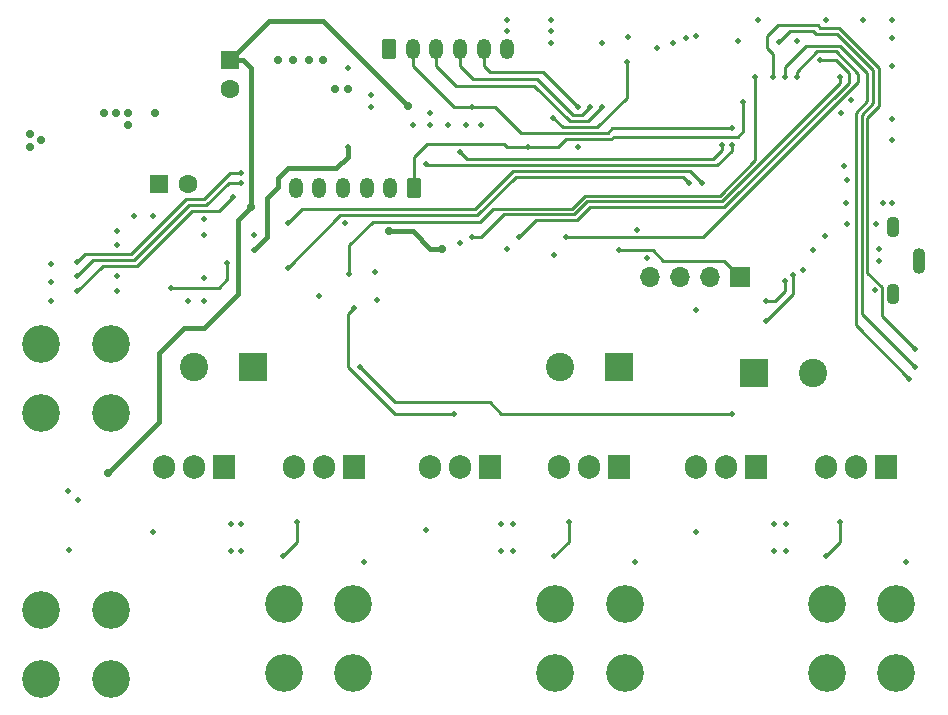
<source format=gbr>
%TF.GenerationSoftware,KiCad,Pcbnew,(6.0.4)*%
%TF.CreationDate,2022-07-11T23:15:34+12:00*%
%TF.ProjectId,bldc_hardware_riscv,626c6463-5f68-4617-9264-776172655f72,rev?*%
%TF.SameCoordinates,Original*%
%TF.FileFunction,Copper,L2,Inr*%
%TF.FilePolarity,Positive*%
%FSLAX46Y46*%
G04 Gerber Fmt 4.6, Leading zero omitted, Abs format (unit mm)*
G04 Created by KiCad (PCBNEW (6.0.4)) date 2022-07-11 23:15:34*
%MOMM*%
%LPD*%
G01*
G04 APERTURE LIST*
G04 Aperture macros list*
%AMRoundRect*
0 Rectangle with rounded corners*
0 $1 Rounding radius*
0 $2 $3 $4 $5 $6 $7 $8 $9 X,Y pos of 4 corners*
0 Add a 4 corners polygon primitive as box body*
4,1,4,$2,$3,$4,$5,$6,$7,$8,$9,$2,$3,0*
0 Add four circle primitives for the rounded corners*
1,1,$1+$1,$2,$3*
1,1,$1+$1,$4,$5*
1,1,$1+$1,$6,$7*
1,1,$1+$1,$8,$9*
0 Add four rect primitives between the rounded corners*
20,1,$1+$1,$2,$3,$4,$5,0*
20,1,$1+$1,$4,$5,$6,$7,0*
20,1,$1+$1,$6,$7,$8,$9,0*
20,1,$1+$1,$8,$9,$2,$3,0*%
G04 Aperture macros list end*
%TA.AperFunction,ComponentPad*%
%ADD10R,1.905000X2.000000*%
%TD*%
%TA.AperFunction,ComponentPad*%
%ADD11O,1.905000X2.000000*%
%TD*%
%TA.AperFunction,ComponentPad*%
%ADD12R,1.600000X1.600000*%
%TD*%
%TA.AperFunction,ComponentPad*%
%ADD13C,1.600000*%
%TD*%
%TA.AperFunction,ComponentPad*%
%ADD14RoundRect,0.250000X0.350000X0.625000X-0.350000X0.625000X-0.350000X-0.625000X0.350000X-0.625000X0*%
%TD*%
%TA.AperFunction,ComponentPad*%
%ADD15O,1.200000X1.750000*%
%TD*%
%TA.AperFunction,ComponentPad*%
%ADD16RoundRect,0.250000X-0.350000X-0.625000X0.350000X-0.625000X0.350000X0.625000X-0.350000X0.625000X0*%
%TD*%
%TA.AperFunction,ComponentPad*%
%ADD17R,2.400000X2.400000*%
%TD*%
%TA.AperFunction,ComponentPad*%
%ADD18C,2.400000*%
%TD*%
%TA.AperFunction,ComponentPad*%
%ADD19C,3.200000*%
%TD*%
%TA.AperFunction,ComponentPad*%
%ADD20O,1.100000X2.200000*%
%TD*%
%TA.AperFunction,ComponentPad*%
%ADD21O,1.100000X1.800000*%
%TD*%
%TA.AperFunction,ComponentPad*%
%ADD22R,1.700000X1.700000*%
%TD*%
%TA.AperFunction,ComponentPad*%
%ADD23O,1.700000X1.700000*%
%TD*%
%TA.AperFunction,ViaPad*%
%ADD24C,0.500000*%
%TD*%
%TA.AperFunction,ViaPad*%
%ADD25C,0.700000*%
%TD*%
%TA.AperFunction,Conductor*%
%ADD26C,0.250000*%
%TD*%
%TA.AperFunction,Conductor*%
%ADD27C,0.400000*%
%TD*%
G04 APERTURE END LIST*
D10*
%TO.N,Net-(D2-Pad2)*%
%TO.C,Q2*%
X99500000Y-119000000D03*
D11*
%TO.N,/Driver/VS1*%
X96960000Y-119000000D03*
%TO.N,GND*%
X94420000Y-119000000D03*
%TD*%
D10*
%TO.N,Net-(D10-Pad2)*%
%TO.C,Q5*%
X155540000Y-119000000D03*
D11*
%TO.N,/Driver/72V*%
X153000000Y-119000000D03*
%TO.N,/Driver/VS3*%
X150460000Y-119000000D03*
%TD*%
D10*
%TO.N,Net-(D11-Pad2)*%
%TO.C,Q6*%
X144540000Y-119000000D03*
D11*
%TO.N,/Driver/VS3*%
X142000000Y-119000000D03*
%TO.N,GND*%
X139460000Y-119000000D03*
%TD*%
D10*
%TO.N,Net-(D1-Pad2)*%
%TO.C,Q1*%
X110500000Y-119000000D03*
D11*
%TO.N,/Driver/72V*%
X107960000Y-119000000D03*
%TO.N,/Driver/VS1*%
X105420000Y-119000000D03*
%TD*%
D10*
%TO.N,Net-(D5-Pad2)*%
%TO.C,Q4*%
X122000000Y-119000000D03*
D11*
%TO.N,/Driver/VS2*%
X119460000Y-119000000D03*
%TO.N,GND*%
X116920000Y-119000000D03*
%TD*%
D10*
%TO.N,Net-(D4-Pad2)*%
%TO.C,Q3*%
X133000000Y-119000000D03*
D11*
%TO.N,/Driver/72V*%
X130460000Y-119000000D03*
%TO.N,/Driver/VS2*%
X127920000Y-119000000D03*
%TD*%
D12*
%TO.N,/Driver/12V*%
%TO.C,C17*%
X100000000Y-84500000D03*
D13*
%TO.N,GND*%
X100000000Y-87000000D03*
%TD*%
D14*
%TO.N,/ADC_EXT*%
%TO.C,J3*%
X115600000Y-95350000D03*
D15*
%TO.N,Net-(J3-Pad2)*%
X113600000Y-95350000D03*
%TO.N,Net-(J3-Pad3)*%
X111600000Y-95350000D03*
%TO.N,/CANH*%
X109600000Y-95350000D03*
%TO.N,/CANL*%
X107600000Y-95350000D03*
%TO.N,GND*%
X105600000Y-95350000D03*
%TD*%
D16*
%TO.N,/HALL-VCC*%
%TO.C,J2*%
X113500000Y-83550000D03*
D15*
%TO.N,/MOTOR-TEMP*%
X115500000Y-83550000D03*
%TO.N,/HALL1*%
X117500000Y-83550000D03*
%TO.N,/HALL2*%
X119500000Y-83550000D03*
%TO.N,/HALL3*%
X121500000Y-83550000D03*
%TO.N,GND*%
X123500000Y-83550000D03*
%TD*%
D17*
%TO.N,/Driver/72V*%
%TO.C,C101*%
X102000000Y-110500000D03*
D18*
%TO.N,GND*%
X97000000Y-110500000D03*
%TD*%
D17*
%TO.N,/Driver/72V*%
%TO.C,C102*%
X133000000Y-110500000D03*
D18*
%TO.N,GND*%
X128000000Y-110500000D03*
%TD*%
D19*
%TO.N,/Driver/PhaseA*%
%TO.C,X3*%
X104565000Y-130565000D03*
X110435000Y-130565000D03*
X110435000Y-136435000D03*
X104565000Y-136435000D03*
%TD*%
%TO.N,/Driver/PhaseB*%
%TO.C,X4*%
X127565000Y-130565000D03*
X133435000Y-136435000D03*
X133435000Y-130565000D03*
X127565000Y-136435000D03*
%TD*%
D20*
%TO.N,unconnected-(J1-Pad6)*%
%TO.C,J1*%
X158337500Y-101500000D03*
D21*
X156187500Y-98700000D03*
X156187500Y-104300000D03*
%TD*%
D19*
%TO.N,/Driver/72V*%
%TO.C,X1*%
X89935000Y-114435000D03*
X89935000Y-108565000D03*
X84065000Y-108565000D03*
X84065000Y-114435000D03*
%TD*%
D12*
%TO.N,/Driver/72V*%
%TO.C,C5*%
X94000000Y-95000000D03*
D13*
%TO.N,GND*%
X96500000Y-95000000D03*
%TD*%
D17*
%TO.N,/Driver/72V*%
%TO.C,C103*%
X144376041Y-111000000D03*
D18*
%TO.N,GND*%
X149376041Y-111000000D03*
%TD*%
D22*
%TO.N,/SWIO*%
%TO.C,J4*%
X143240000Y-102900000D03*
D23*
%TO.N,/SWCK*%
X140700000Y-102900000D03*
%TO.N,/3.3V*%
X138160000Y-102900000D03*
%TO.N,GND*%
X135620000Y-102900000D03*
%TD*%
D19*
%TO.N,/Driver/PhaseC*%
%TO.C,X5*%
X156435000Y-136435000D03*
X150565000Y-130565000D03*
X156435000Y-130565000D03*
X150565000Y-136435000D03*
%TD*%
%TO.N,GND*%
%TO.C,X2*%
X84065000Y-131065000D03*
X89935000Y-131065000D03*
X84065000Y-136935000D03*
X89935000Y-136935000D03*
%TD*%
D24*
%TO.N,GND*%
X144700000Y-81100000D03*
X127200000Y-81100000D03*
X127200000Y-82100000D03*
X127200000Y-83100000D03*
X123500000Y-82100000D03*
X123500000Y-81100000D03*
%TO.N,/BLE_MODE*%
X100300000Y-96100000D03*
%TO.N,/BLE_RX*%
X101000000Y-94900000D03*
%TO.N,/BLE_TX*%
X101000000Y-94100000D03*
%TO.N,/BLE_MODE*%
X87100000Y-104100000D03*
%TO.N,/BLE_RX*%
X87100000Y-102800000D03*
%TO.N,/BLE_TX*%
X87100000Y-101600000D03*
%TO.N,/BLE_RX*%
X138600000Y-82700000D03*
%TO.N,/BLE_TX*%
X139500000Y-82500000D03*
%TO.N,/BLE_MODE*%
X143000000Y-82900000D03*
%TO.N,/3.3V*%
X99800000Y-101700000D03*
X95000000Y-103800000D03*
%TO.N,GND*%
X91900000Y-97700000D03*
X93500000Y-97700000D03*
X97800000Y-98000000D03*
X97800000Y-99300000D03*
X97800000Y-104900000D03*
X97800000Y-103000000D03*
X96500000Y-104900000D03*
X84900000Y-104900000D03*
X84900000Y-103300000D03*
X84900000Y-101800000D03*
X90500000Y-104100000D03*
X90500000Y-102800000D03*
X90500000Y-100200000D03*
X90500000Y-99000000D03*
D25*
%TO.N,/Driver/12V*%
X89700000Y-119500000D03*
D24*
%TO.N,Net-(J1-Pad3)*%
X155000000Y-101500000D03*
%TO.N,Net-(J1-Pad2)*%
X155000000Y-100500000D03*
%TO.N,/AIN_CS3*%
X158000000Y-109000000D03*
X146000000Y-86000000D03*
%TO.N,/AIN_CS2*%
X146500000Y-83000000D03*
X158000000Y-110500000D03*
%TO.N,/AIN_CS1*%
X147000000Y-86000000D03*
X157500000Y-111500000D03*
%TO.N,/AIN_VS1*%
X120500000Y-99500000D03*
X151702471Y-85996500D03*
%TO.N,/AIN_VS2*%
X124500000Y-99500000D03*
X150000000Y-84500000D03*
%TO.N,/AIN_VS3*%
X128500000Y-99500000D03*
X148000000Y-86000000D03*
%TO.N,/AIN_VIN*%
X110100000Y-102600000D03*
X144500000Y-86000000D03*
%TO.N,/ADC_EXT*%
X143500000Y-88100000D03*
X125300000Y-91900000D03*
%TO.N,GND*%
X101000000Y-123800000D03*
X152300000Y-98400000D03*
X107600000Y-104500000D03*
X100100000Y-123800000D03*
D25*
X106700000Y-84500000D03*
D24*
X123000000Y-126100000D03*
X115500000Y-90000000D03*
X147100000Y-123800000D03*
X123500000Y-100500000D03*
D25*
X104100000Y-84500000D03*
D24*
X101000000Y-126100000D03*
X86400000Y-126000000D03*
D25*
X107900000Y-84500000D03*
D24*
X124000000Y-126100000D03*
X147100000Y-126100000D03*
X156100000Y-81100000D03*
X151800000Y-89000000D03*
X133700000Y-82600000D03*
X156100000Y-91300000D03*
X102100000Y-99300000D03*
X146100000Y-126100000D03*
X120000000Y-90000000D03*
X127500000Y-101000000D03*
D25*
X83100000Y-90800000D03*
D24*
X112000000Y-88500000D03*
X121300000Y-90000000D03*
X119500000Y-100000000D03*
X129500000Y-91900000D03*
X156100000Y-85000000D03*
X148500000Y-102300000D03*
X117000000Y-89000000D03*
X154700000Y-98400000D03*
X139500000Y-105700000D03*
D25*
X110000000Y-87000000D03*
D24*
X156100000Y-89500000D03*
X139500000Y-124500000D03*
X110000000Y-85200000D03*
X152000000Y-93500000D03*
X124000000Y-123800000D03*
X156100000Y-82700000D03*
X146100000Y-123800000D03*
X123000000Y-123800000D03*
X155300000Y-96600000D03*
D25*
X105400000Y-84500000D03*
D24*
X93500000Y-124500000D03*
X137500000Y-83100000D03*
D25*
X108900000Y-87000000D03*
D24*
X112300000Y-102500000D03*
X150500000Y-81100000D03*
X131500000Y-83100000D03*
X86300000Y-121000000D03*
X112000000Y-87500000D03*
X156100000Y-96600000D03*
X109800000Y-98300000D03*
X117000000Y-90000000D03*
X152300000Y-94700000D03*
X87200000Y-121800000D03*
X153600000Y-81100000D03*
D25*
X84000000Y-91300000D03*
X93700000Y-89000000D03*
D24*
X154600000Y-104000000D03*
X112500000Y-104800000D03*
X135300000Y-101300000D03*
D25*
X83100000Y-91900000D03*
D24*
X118500000Y-90000000D03*
X100100000Y-126100000D03*
X116600000Y-124300000D03*
%TO.N,/3.3V*%
X134500000Y-98900000D03*
X133600000Y-84700000D03*
X127400000Y-89400000D03*
X102100000Y-100600000D03*
X150400000Y-99400000D03*
X152200000Y-96600000D03*
X152600000Y-87900000D03*
X110000000Y-91900000D03*
X148000000Y-82900000D03*
X136200000Y-83500000D03*
X149400000Y-100600000D03*
%TO.N,/Driver/VS1*%
X104500000Y-126500000D03*
X105700000Y-123600000D03*
%TO.N,/Driver/VS2*%
X127500000Y-126500000D03*
X128700000Y-123600000D03*
%TO.N,/Driver/VS3*%
X151700000Y-123600000D03*
X150500000Y-126500000D03*
%TO.N,/Driver/LO2*%
X110500000Y-105500000D03*
X119000000Y-114500000D03*
%TO.N,/Driver/LO3*%
X142500000Y-114500000D03*
X111000000Y-110500000D03*
D25*
%TO.N,/Driver/12V*%
X115100000Y-88400000D03*
X118000000Y-100500000D03*
X101800000Y-97000000D03*
X113500000Y-99000000D03*
%TO.N,/Driver/72V*%
X91400000Y-90000000D03*
X91400000Y-89000000D03*
X89400000Y-89000000D03*
X90400000Y-89000000D03*
D24*
%TO.N,/Driver/PhaseA*%
X111400000Y-127000000D03*
%TO.N,/Driver/PhaseB*%
X134300000Y-127000000D03*
%TO.N,/Driver/PhaseC*%
X157300000Y-127000000D03*
%TO.N,/MOTOR-TEMP*%
X142500000Y-90300000D03*
X120500000Y-88500000D03*
%TO.N,/HALL1*%
X131500000Y-88500000D03*
%TO.N,/HALL2*%
X130500000Y-88500000D03*
%TO.N,/HALL3*%
X129500000Y-88500000D03*
%TO.N,/UART_T*%
X119500000Y-92300000D03*
X141700000Y-91700000D03*
%TO.N,/UART_R*%
X142500000Y-91700000D03*
X116600000Y-93300000D03*
%TO.N,/LED1*%
X147000000Y-103200000D03*
X145400000Y-104900000D03*
%TO.N,/LED2*%
X145400000Y-106600000D03*
X147700000Y-102700000D03*
%TO.N,/CAN-R*%
X138900000Y-94900000D03*
X104900000Y-102100000D03*
%TO.N,/CAN-T*%
X140000000Y-94900000D03*
X104900000Y-98300000D03*
%TO.N,/SWIO*%
X133000000Y-100600000D03*
%TD*%
D26*
%TO.N,/UART_T*%
X120100960Y-92900960D02*
X119500000Y-92300000D01*
X140949040Y-92900960D02*
X120100960Y-92900960D01*
X141700000Y-92150000D02*
X140949040Y-92900960D01*
X141700000Y-91700000D02*
X141700000Y-92150000D01*
%TO.N,/UART_R*%
X142500000Y-92200000D02*
X142500000Y-91700000D01*
X116700480Y-93400480D02*
X141299520Y-93400480D01*
X116600000Y-93300000D02*
X116700480Y-93400480D01*
X141299520Y-93400480D02*
X142500000Y-92200000D01*
%TO.N,/CAN-T*%
X106100000Y-97100000D02*
X104900000Y-98300000D01*
X120793572Y-97100000D02*
X106100000Y-97100000D01*
X139000000Y-93900000D02*
X123993572Y-93900000D01*
X123993572Y-93900000D02*
X120793572Y-97100000D01*
X140000000Y-94900000D02*
X139000000Y-93900000D01*
%TO.N,/CAN-R*%
X109324511Y-97675489D02*
X104900000Y-102100000D01*
X124200000Y-94400000D02*
X120924511Y-97675489D01*
X120924511Y-97675489D02*
X109324511Y-97675489D01*
X138400000Y-94400000D02*
X124200000Y-94400000D01*
X138900000Y-94900000D02*
X138400000Y-94400000D01*
%TO.N,/HALL2*%
X129799520Y-89200480D02*
X130500000Y-88500000D01*
X120600000Y-86100000D02*
X126000000Y-86100000D01*
X129100480Y-89200480D02*
X129799520Y-89200480D01*
X119500000Y-85000000D02*
X120600000Y-86100000D01*
X126000000Y-86100000D02*
X129100480Y-89200480D01*
X119500000Y-83550000D02*
X119500000Y-85000000D01*
%TO.N,/HALL1*%
X125800000Y-86700000D02*
X128800000Y-89700000D01*
X119200000Y-86700000D02*
X125800000Y-86700000D01*
X128800000Y-89700000D02*
X130300000Y-89700000D01*
X117500000Y-85000000D02*
X119200000Y-86700000D01*
X130300000Y-89700000D02*
X131500000Y-88500000D01*
X117500000Y-83550000D02*
X117500000Y-85000000D01*
%TO.N,/MOTOR-TEMP*%
X115500000Y-85000000D02*
X115500000Y-83550000D01*
X119000000Y-88500000D02*
X115500000Y-85000000D01*
X120500000Y-88500000D02*
X119000000Y-88500000D01*
%TO.N,/3.3V*%
X133600000Y-87700000D02*
X133600000Y-84700000D01*
X128200480Y-90200480D02*
X131099520Y-90200480D01*
X131099520Y-90200480D02*
X133600000Y-87700000D01*
X127400000Y-89400000D02*
X128200480Y-90200480D01*
%TO.N,/MOTOR-TEMP*%
X124700000Y-90700000D02*
X122500000Y-88500000D01*
X132400000Y-90300000D02*
X132000000Y-90700000D01*
X122500000Y-88500000D02*
X120500000Y-88500000D01*
X142500000Y-90300000D02*
X132400000Y-90300000D01*
X132000000Y-90700000D02*
X124700000Y-90700000D01*
%TO.N,/ADC_EXT*%
X143000000Y-91000000D02*
X143500000Y-90500000D01*
X132500000Y-91000000D02*
X143000000Y-91000000D01*
X127800000Y-91900000D02*
X128500000Y-91200000D01*
X143500000Y-90500000D02*
X143500000Y-88200000D01*
X125300000Y-91900000D02*
X127800000Y-91900000D01*
X128500000Y-91200000D02*
X132300000Y-91200000D01*
X132300000Y-91200000D02*
X132500000Y-91000000D01*
%TO.N,/AIN_VS1*%
X121300000Y-99500000D02*
X120500000Y-99500000D01*
X123199520Y-97600480D02*
X121300000Y-99500000D01*
X129193092Y-97600480D02*
X123199520Y-97600480D01*
X141686663Y-96500481D02*
X130293091Y-96500481D01*
X130293091Y-96500481D02*
X129193092Y-97600480D01*
X151702471Y-86484673D02*
X141686663Y-96500481D01*
X151702471Y-85996500D02*
X151702471Y-86484673D01*
%TO.N,/AIN_VIN*%
X144500000Y-92980716D02*
X144500000Y-86000000D01*
X141479755Y-96000961D02*
X144500000Y-92980716D01*
X130086184Y-96000961D02*
X141479755Y-96000961D01*
X128986184Y-97100960D02*
X130086184Y-96000961D01*
X122263322Y-97100960D02*
X128986184Y-97100960D01*
X121164282Y-98200000D02*
X122263322Y-97100960D01*
X112100000Y-98200000D02*
X121164282Y-98200000D01*
X110100000Y-102600000D02*
X110100000Y-100200000D01*
X110100000Y-100200000D02*
X112100000Y-98200000D01*
%TO.N,/AIN_VS2*%
X141893572Y-97000000D02*
X130500000Y-97000000D01*
X129400000Y-98100000D02*
X125900000Y-98100000D01*
X152400000Y-86493572D02*
X141893572Y-97000000D01*
X130500000Y-97000000D02*
X129400000Y-98100000D01*
X125900000Y-98100000D02*
X124500000Y-99500000D01*
X152400000Y-85600000D02*
X152400000Y-86493572D01*
X151300000Y-84500000D02*
X152400000Y-85600000D01*
X150000000Y-84500000D02*
X151300000Y-84500000D01*
%TO.N,/AIN_VS3*%
X128524511Y-99524511D02*
X128500000Y-99500000D01*
X151306428Y-83800000D02*
X153200000Y-85693572D01*
X149700000Y-83800000D02*
X151306428Y-83800000D01*
X148000000Y-85500000D02*
X149700000Y-83800000D01*
X153200000Y-85693572D02*
X153200000Y-86400000D01*
X148000000Y-86000000D02*
X148000000Y-85500000D01*
X153200000Y-86400000D02*
X140075489Y-99524511D01*
X140075489Y-99524511D02*
X128524511Y-99524511D01*
%TO.N,/AIN_CS1*%
X147000000Y-85100000D02*
X147000000Y-86000000D01*
X148800000Y-83300000D02*
X147000000Y-85100000D01*
X153000000Y-88987144D02*
X154000960Y-87986184D01*
X154000960Y-85613816D02*
X151687144Y-83300000D01*
X151687144Y-83300000D02*
X148800000Y-83300000D01*
X153000000Y-107000000D02*
X153000000Y-88987144D01*
X157500000Y-111500000D02*
X153000000Y-107000000D01*
X154000960Y-87986184D02*
X154000960Y-85613816D01*
%TO.N,/AIN_CS2*%
X153500000Y-106000000D02*
X158000000Y-110500000D01*
X153500000Y-89193572D02*
X153500000Y-106000000D01*
X154500480Y-88193092D02*
X153500000Y-89193572D01*
X151193572Y-82300000D02*
X151196786Y-82303214D01*
X151396786Y-82303214D02*
X154500480Y-85406908D01*
X149600000Y-82300000D02*
X151193572Y-82300000D01*
X154500480Y-85406908D02*
X154500480Y-88193092D01*
X147400000Y-82100000D02*
X149400000Y-82100000D01*
X151196786Y-82303214D02*
X151396786Y-82303214D01*
X146500000Y-83000000D02*
X147400000Y-82100000D01*
X149400000Y-82100000D02*
X149600000Y-82300000D01*
%TO.N,/AIN_CS3*%
X155224511Y-106224511D02*
X158000000Y-109000000D01*
X155224511Y-103741318D02*
X155224511Y-106224511D01*
X154000000Y-102516807D02*
X155224511Y-103741318D01*
X154000000Y-89400000D02*
X154000000Y-102516807D01*
X155000000Y-88400000D02*
X154000000Y-89400000D01*
X155000000Y-85200000D02*
X155000000Y-88400000D01*
X150000000Y-81800000D02*
X151600000Y-81800000D01*
X146400000Y-81600000D02*
X149800000Y-81600000D01*
X149800000Y-81600000D02*
X150000000Y-81800000D01*
X145500000Y-82500000D02*
X146400000Y-81600000D01*
X151600000Y-81800000D02*
X155000000Y-85200000D01*
X146000000Y-84000000D02*
X145500000Y-83500000D01*
X146000000Y-86000000D02*
X146000000Y-84000000D01*
X145500000Y-83500000D02*
X145500000Y-82500000D01*
%TO.N,/BLE_TX*%
X87750000Y-100950000D02*
X87100000Y-101600000D01*
X91679290Y-100950000D02*
X87750000Y-100950000D01*
X97829290Y-96300000D02*
X96329290Y-96300000D01*
X96329290Y-96300000D02*
X91679290Y-100950000D01*
X101000000Y-94100000D02*
X100029290Y-94100000D01*
X100029290Y-94100000D02*
X97829290Y-96300000D01*
%TO.N,/BLE_RX*%
X91886198Y-101449520D02*
X88450480Y-101449520D01*
X88450480Y-101449520D02*
X87100000Y-102800000D01*
X96535718Y-96800000D02*
X91886198Y-101449520D01*
X98035718Y-96800000D02*
X96535718Y-96800000D01*
X99935718Y-94900000D02*
X98035718Y-96800000D01*
X101000000Y-94900000D02*
X99935718Y-94900000D01*
%TO.N,/BLE_MODE*%
X89250960Y-101949040D02*
X87100000Y-104100000D01*
X96785536Y-97300000D02*
X92136496Y-101949040D01*
X99100000Y-97300000D02*
X96785536Y-97300000D01*
X100300000Y-96100000D02*
X99100000Y-97300000D01*
X92136496Y-101949040D02*
X89250960Y-101949040D01*
%TO.N,/3.3V*%
X99800000Y-103100000D02*
X99100000Y-103800000D01*
X99800000Y-101700000D02*
X99800000Y-103100000D01*
X99100000Y-103800000D02*
X95000000Y-103800000D01*
D27*
%TO.N,/Driver/12V*%
X94000000Y-115200000D02*
X89700000Y-119500000D01*
X94000000Y-109300000D02*
X94000000Y-115200000D01*
X96100000Y-107200000D02*
X94000000Y-109300000D01*
X100700000Y-104300000D02*
X97800000Y-107200000D01*
X100700000Y-98100000D02*
X100700000Y-104300000D01*
X101800000Y-97000000D02*
X100700000Y-98100000D01*
X97800000Y-107200000D02*
X96100000Y-107200000D01*
D26*
%TO.N,/ADC_EXT*%
X123200000Y-91600000D02*
X123500000Y-91900000D01*
X115600000Y-92700000D02*
X116700000Y-91600000D01*
X115600000Y-95350000D02*
X115600000Y-92700000D01*
X116700000Y-91600000D02*
X123200000Y-91600000D01*
X123500000Y-91900000D02*
X125300000Y-91900000D01*
D27*
%TO.N,/3.3V*%
X109000000Y-93700000D02*
X110000000Y-92700000D01*
X102100000Y-100600000D02*
X103200000Y-99500000D01*
X104100000Y-94500000D02*
X104900000Y-93700000D01*
X104100000Y-95267532D02*
X104100000Y-94500000D01*
X104900000Y-93700000D02*
X109000000Y-93700000D01*
X103200000Y-99500000D02*
X103200000Y-96167532D01*
X103200000Y-96167532D02*
X104100000Y-95267532D01*
X110000000Y-92700000D02*
X110000000Y-91900000D01*
D26*
%TO.N,/Driver/VS1*%
X105700000Y-125300000D02*
X105700000Y-123600000D01*
X104500000Y-126500000D02*
X105700000Y-125300000D01*
%TO.N,/Driver/VS2*%
X128700000Y-123600000D02*
X128700000Y-125300000D01*
X128700000Y-125300000D02*
X127500000Y-126500000D01*
%TO.N,/Driver/VS3*%
X151700000Y-123600000D02*
X151700000Y-125300000D01*
X151700000Y-125300000D02*
X150500000Y-126500000D01*
%TO.N,/Driver/LO2*%
X110000000Y-110500000D02*
X114000000Y-114500000D01*
X110500000Y-105500000D02*
X110000000Y-106000000D01*
X110000000Y-106000000D02*
X110000000Y-110500000D01*
X114000000Y-114500000D02*
X119000000Y-114500000D01*
%TO.N,/Driver/LO3*%
X122000000Y-113500000D02*
X123000000Y-114500000D01*
X114000000Y-113500000D02*
X122000000Y-113500000D01*
X123000000Y-114500000D02*
X142500000Y-114500000D01*
X111000000Y-110500000D02*
X114000000Y-113500000D01*
D27*
%TO.N,/Driver/12V*%
X103300000Y-81200000D02*
X100000000Y-84500000D01*
X101800000Y-97000000D02*
X101800000Y-85200000D01*
X113500000Y-99000000D02*
X115500000Y-99000000D01*
X115500000Y-99000000D02*
X117000000Y-100500000D01*
X101800000Y-85200000D02*
X101100000Y-84500000D01*
X115100000Y-88400000D02*
X107900000Y-81200000D01*
X107900000Y-81200000D02*
X103300000Y-81200000D01*
X101100000Y-84500000D02*
X100000000Y-84500000D01*
X117000000Y-100500000D02*
X118000000Y-100500000D01*
D26*
%TO.N,/HALL3*%
X121500000Y-83550000D02*
X121500000Y-85000000D01*
X121500000Y-85000000D02*
X122000000Y-85500000D01*
X122000000Y-85500000D02*
X126500000Y-85500000D01*
X126500000Y-85500000D02*
X129500000Y-88500000D01*
%TO.N,/LED1*%
X147000000Y-104100000D02*
X147000000Y-103200000D01*
X145400000Y-104900000D02*
X146200000Y-104900000D01*
X146200000Y-104900000D02*
X147000000Y-104100000D01*
%TO.N,/LED2*%
X147700000Y-104300000D02*
X147700000Y-102700000D01*
X145400000Y-106600000D02*
X147700000Y-104300000D01*
%TO.N,/SWIO*%
X135800000Y-100600000D02*
X136700000Y-101500000D01*
X141840000Y-101500000D02*
X143240000Y-102900000D01*
X133000000Y-100600000D02*
X135800000Y-100600000D01*
X136700000Y-101500000D02*
X141840000Y-101500000D01*
%TD*%
M02*

</source>
